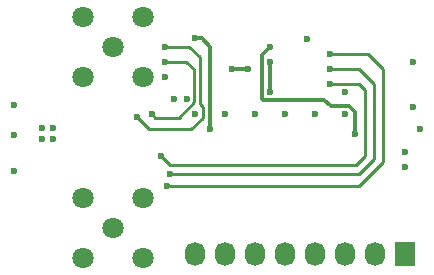
<source format=gbl>
G04 #@! TF.FileFunction,Copper,L4,Bot,Signal*
%FSLAX46Y46*%
G04 Gerber Fmt 4.6, Leading zero omitted, Abs format (unit mm)*
G04 Created by KiCad (PCBNEW 4.0.2-stable) date Mon Mar 14 23:55:08 2016*
%MOMM*%
G01*
G04 APERTURE LIST*
%ADD10C,0.100000*%
%ADD11R,1.727200X2.032000*%
%ADD12O,1.727200X2.032000*%
%ADD13C,1.800000*%
%ADD14C,0.600000*%
%ADD15C,0.350000*%
%ADD16C,0.250000*%
G04 APERTURE END LIST*
D10*
D11*
X160655000Y-114750000D03*
D12*
X158115000Y-114750000D03*
X155575000Y-114750000D03*
X153035000Y-114750000D03*
X150495000Y-114750000D03*
X147955000Y-114750000D03*
X145415000Y-114750000D03*
X142875000Y-114750000D03*
D13*
X135890000Y-112500000D03*
X138430000Y-115040000D03*
X133350000Y-115040000D03*
X133350000Y-109960000D03*
X138430000Y-109960000D03*
X135890000Y-97155000D03*
X133350000Y-94615000D03*
X138430000Y-94615000D03*
X138430000Y-99695000D03*
X133350000Y-99695000D03*
D14*
X127508000Y-102108000D03*
X127508000Y-107696000D03*
X130810000Y-104050000D03*
X129910000Y-104050000D03*
X129910000Y-104950000D03*
X130810000Y-104950000D03*
X160655000Y-107315000D03*
X160655000Y-106045000D03*
X141055000Y-101565000D03*
X152355000Y-96475000D03*
X155575000Y-100965000D03*
X161925000Y-104140000D03*
X161290000Y-98425000D03*
X127508000Y-104648000D03*
X142155000Y-101565000D03*
X142875000Y-102870000D03*
X161290000Y-102235000D03*
X155575000Y-102870000D03*
X153035000Y-102870000D03*
X150495000Y-102870000D03*
X147955000Y-102870000D03*
X145415000Y-102870000D03*
X142875000Y-96449990D03*
X144145000Y-104140000D03*
X147360010Y-99075000D03*
X146009990Y-99075000D03*
X149225000Y-97155000D03*
X156395000Y-104590000D03*
X149225000Y-98425000D03*
X149225000Y-100965000D03*
X137922000Y-103124000D03*
X140335000Y-97155000D03*
X139192000Y-102870000D03*
X140335000Y-98425000D03*
X140335000Y-99695000D03*
X140462000Y-108966000D03*
X154305000Y-97790000D03*
X140716000Y-107950000D03*
X154305000Y-99060000D03*
X139954000Y-106426000D03*
X154305000Y-100330000D03*
D15*
X144145000Y-97155000D02*
X143439990Y-96449990D01*
X143439990Y-96449990D02*
X142875000Y-96449990D01*
X144145000Y-104140000D02*
X144145000Y-97155000D01*
X146009990Y-99075000D02*
X147360010Y-99075000D01*
X147305000Y-99075000D02*
X147360010Y-99075000D01*
X148549999Y-97830001D02*
X149225000Y-97155000D01*
X148630001Y-101640001D02*
X148549999Y-101559999D01*
X148549999Y-101559999D02*
X148549999Y-97830001D01*
X154345001Y-102194999D02*
X153790003Y-101640001D01*
X153790003Y-101640001D02*
X148630001Y-101640001D01*
X156395000Y-104590000D02*
X156395000Y-102690998D01*
X156395000Y-102690998D02*
X155899001Y-102194999D01*
X155899001Y-102194999D02*
X154345001Y-102194999D01*
X149225000Y-100965000D02*
X149225000Y-98425000D01*
D16*
X138938000Y-104140000D02*
X137922000Y-103124000D01*
X142530002Y-104140000D02*
X138938000Y-104140000D01*
X143256000Y-98044000D02*
X143256000Y-102025412D01*
X143256000Y-102025412D02*
X143500001Y-102269413D01*
X143500001Y-102269413D02*
X143500001Y-103170001D01*
X143500001Y-103170001D02*
X142530002Y-104140000D01*
X142367000Y-97155000D02*
X143256000Y-98044000D01*
X140335000Y-97155000D02*
X142367000Y-97155000D01*
X139192000Y-102870000D02*
X139491999Y-103169999D01*
X139491999Y-103169999D02*
X141475003Y-103169999D01*
X141475003Y-103169999D02*
X142780001Y-101865001D01*
X142780001Y-101865001D02*
X142780001Y-99092001D01*
X142780001Y-99092001D02*
X142113000Y-98425000D01*
X142113000Y-98425000D02*
X140335000Y-98425000D01*
X157480000Y-97790000D02*
X154305000Y-97790000D01*
X158750000Y-99060000D02*
X157480000Y-97790000D01*
X158750000Y-106934000D02*
X158750000Y-99060000D01*
X156718000Y-108966000D02*
X158750000Y-106934000D01*
X140462000Y-108966000D02*
X156718000Y-108966000D01*
X154305000Y-99060000D02*
X156718000Y-99060000D01*
X156718000Y-99060000D02*
X157988000Y-100330000D01*
X140716000Y-107950000D02*
X156718000Y-107950000D01*
X156718000Y-107950000D02*
X157988000Y-106680000D01*
X157988000Y-106680000D02*
X157988000Y-100330000D01*
X140716000Y-107188000D02*
X139954000Y-106426000D01*
X156464000Y-107188000D02*
X140716000Y-107188000D01*
X157226000Y-106426000D02*
X156464000Y-107188000D01*
X157226000Y-105410000D02*
X157226000Y-106426000D01*
X157226000Y-100838000D02*
X157226000Y-105410000D01*
X156972000Y-100584000D02*
X157226000Y-100838000D01*
X156718000Y-100330000D02*
X156972000Y-100584000D01*
X154305000Y-100330000D02*
X156718000Y-100330000D01*
M02*

</source>
